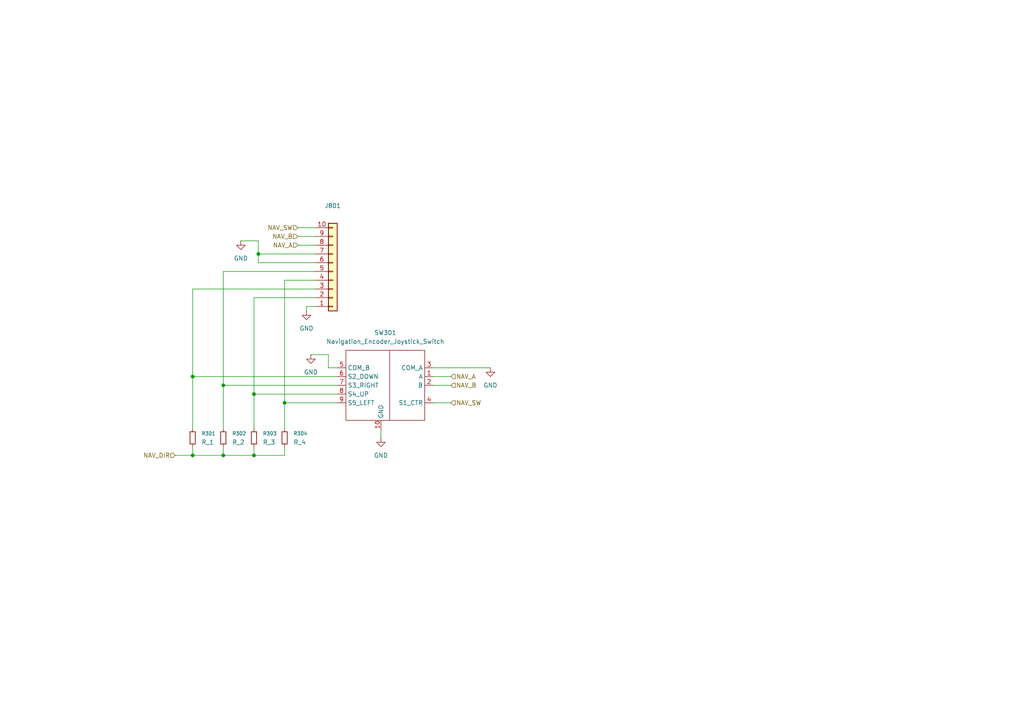
<source format=kicad_sch>
(kicad_sch (version 20250114) (generator "eeschema") (generator_version "9.0")
  (paper "A4")
  (lib_symbols
    (symbol "BVH_Switches_Inputs:Navigation_Encoder_Joystick_Switch"
      (property "Reference" "SW" (at 5.08 -7.62 0))
      (property "Value" "Navigation_Encoder_Joystick_Switch" (at 0 15.24 0))
      (symbol "Navigation_Encoder_Joystick_Switch_0_1"
        (polyline (pts (xy -12.7 10.16) (xy -12.7 -10.16) (xy 10.16 -10.16) (xy 10.16 10.16) (xy -12.7 10.16)))
        (polyline (pts (xy 0 -10.16) (xy 0 10.16)))
      )
      (symbol "Navigation_Encoder_Joystick_Switch_1_1"
        (pin input line (at -15.24 5.08 0) (length 2.54) (name "COM_B") (number "5"))
        (pin input line (at -15.24 2.54 0) (length 2.54) (name "S2_DOWN") (number "6"))
        (pin input line (at -15.24 0 0) (length 2.54) (name "S3_RIGHT") (number "7"))
        (pin input line (at -15.24 -2.54 0) (length 2.54) (name "S4_UP") (number "8"))
        (pin input line (at -15.24 -5.08 0) (length 2.54) (name "S5_LEFT") (number "9"))
        (pin input line (at -2.54 -12.7 90) (length 2.54) (name "GND") (number "10"))
        (pin input line (at 12.7 5.08 180) (length 2.54) (name "COM_A") (number "3"))
        (pin input line (at 12.7 2.54 180) (length 2.54) (name "A") (number "1"))
        (pin input line (at 12.7 0 180) (length 2.54) (name "B") (number "2"))
        (pin input line (at 12.7 -5.08 180) (length 2.54) (name "S1_CTR") (number "4"))
      )
    )
    (symbol "Connector_Generic:Conn_01x10" (pin_names (offset 1.016) (hide yes))
      (property "Reference" "J" (at 0 12.7 0))
      (property "Value" "Conn_01x10" (at 0 -15.24 0))
      (symbol "Conn_01x10_1_1"
        (rectangle (start -1.27 11.43) (end 1.27 -13.97) (stroke (width 0.254)) (fill (type background)))
        (rectangle (start -1.27 10.287) (end 0 10.033) (stroke (width 0.1524)))
        (rectangle (start -1.27 7.747) (end 0 7.493) (stroke (width 0.1524)))
        (rectangle (start -1.27 5.207) (end 0 4.953) (stroke (width 0.1524)))
        (rectangle (start -1.27 2.667) (end 0 2.413) (stroke (width 0.1524)))
        (rectangle (start -1.27 0.127) (end 0 -0.127) (stroke (width 0.1524)))
        (rectangle (start -1.27 -2.413) (end 0 -2.667) (stroke (width 0.1524)))
        (rectangle (start -1.27 -4.953) (end 0 -5.207) (stroke (width 0.1524)))
        (rectangle (start -1.27 -7.493) (end 0 -7.747) (stroke (width 0.1524)))
        (rectangle (start -1.27 -10.033) (end 0 -10.287) (stroke (width 0.1524)))
        (rectangle (start -1.27 -12.573) (end 0 -12.827) (stroke (width 0.1524)))
        (pin passive line (at -5.08 10.16 0) (length 3.81) (name "Pin_1") (number "1"))
        (pin passive line (at -5.08 7.62 0) (length 3.81) (name "Pin_2") (number "2"))
        (pin passive line (at -5.08 5.08 0) (length 3.81) (name "Pin_3") (number "3"))
        (pin passive line (at -5.08 2.54 0) (length 3.81) (name "Pin_4") (number "4"))
        (pin passive line (at -5.08 0 0) (length 3.81) (name "Pin_5") (number "5"))
        (pin passive line (at -5.08 -2.54 0) (length 3.81) (name "Pin_6") (number "6"))
        (pin passive line (at -5.08 -5.08 0) (length 3.81) (name "Pin_7") (number "7"))
        (pin passive line (at -5.08 -7.62 0) (length 3.81) (name "Pin_8") (number "8"))
        (pin passive line (at -5.08 -10.16 0) (length 3.81) (name "Pin_9") (number "9"))
        (pin passive line (at -5.08 -12.7 0) (length 3.81) (name "Pin_10") (number "10"))
      )
    )
    (symbol "Device:R_Small" (pin_numbers (hide yes)) (pin_names (offset 0.254) (hide yes))
      (property "Reference" "R" (at 0 0 90))
      (property "Value" "R_Small" (at 1.778 0 90))
      (symbol "R_Small_0_1"
        (rectangle (start -0.762 1.778) (end 0.762 -1.778) (stroke (width 0.2032)))
      )
      (symbol "R_Small_1_1"
        (pin passive line (at 0 2.54 270) (length 0.762) (name "~") (number "1"))
        (pin passive line (at 0 -2.54 90) (length 0.762) (name "~") (number "2"))
      )
    )
    (symbol "power:GND" (power) (pin_numbers (hide yes)) (pin_names (offset 0) (hide yes))
      (property "Value" "GND" (at 0 -3.81 0))
      (symbol "GND_0_1"
        (polyline (pts (xy 0 0) (xy 0 -1.27) (xy 1.27 -1.27) (xy 0 -2.54) (xy -1.27 -1.27) (xy 0 -1.27)))
      )
      (symbol "GND_1_1"
        (pin power_in line (at 0 0 270) (length 0) (name "~") (number "1"))
      )
    )
  )
  (junction (at 82.55 116.84))
  (junction (at 55.88 132.08))
  (junction (at 73.66 114.3))
  (junction (at 55.88 109.22))
  (junction (at 73.66 132.08))
  (junction (at 64.77 111.76))
  (junction (at 74.93 73.66))
  (junction (at 64.77 132.08))
  (wire (pts (xy 55.88 132.08) (xy 64.77 132.08)))
  (wire (pts (xy 64.77 132.08) (xy 73.66 132.08)))
  (wire (pts (xy 73.66 129.54) (xy 73.66 132.08)))
  (wire (pts (xy 74.93 76.2) (xy 91.44 76.2)))
  (wire (pts (xy 90.17 102.87) (xy 95.25 102.87)))
  (wire (pts (xy 91.44 66.04) (xy 86.36 66.04)))
  (wire (pts (xy 125.73 106.68) (xy 142.24 106.68)))
  (wire (pts (xy 97.79 111.76) (xy 64.77 111.76)))
  (wire (pts (xy 82.55 129.54) (xy 82.55 132.08)))
  (wire (pts (xy 82.55 81.28) (xy 91.44 81.28)))
  (wire (pts (xy 91.44 83.82) (xy 55.88 83.82)))
  (wire (pts (xy 82.55 116.84) (xy 97.79 116.84)))
  (wire (pts (xy 95.25 106.68) (xy 97.79 106.68)))
  (wire (pts (xy 88.9 88.9) (xy 91.44 88.9)))
  (wire (pts (xy 82.55 124.46) (xy 82.55 116.84)))
  (wire (pts (xy 55.88 83.82) (xy 55.88 109.22)))
  (wire (pts (xy 73.66 114.3) (xy 73.66 86.36)))
  (wire (pts (xy 88.9 90.17) (xy 88.9 88.9)))
  (wire (pts (xy 125.73 111.76) (xy 130.81 111.76)))
  (wire (pts (xy 91.44 71.12) (xy 86.36 71.12)))
  (wire (pts (xy 97.79 109.22) (xy 55.88 109.22)))
  (wire (pts (xy 110.49 124.46) (xy 110.49 127)))
  (wire (pts (xy 125.73 116.84) (xy 130.81 116.84)))
  (wire (pts (xy 74.93 76.2) (xy 74.93 73.66)))
  (wire (pts (xy 73.66 132.08) (xy 82.55 132.08)))
  (wire (pts (xy 95.25 102.87) (xy 95.25 106.68)))
  (wire (pts (xy 91.44 78.74) (xy 64.77 78.74)))
  (wire (pts (xy 50.8 132.08) (xy 55.88 132.08)))
  (wire (pts (xy 55.88 129.54) (xy 55.88 132.08)))
  (wire (pts (xy 73.66 114.3) (xy 73.66 124.46)))
  (wire (pts (xy 74.93 69.85) (xy 69.85 69.85)))
  (wire (pts (xy 125.73 109.22) (xy 130.81 109.22)))
  (wire (pts (xy 55.88 109.22) (xy 55.88 124.46)))
  (wire (pts (xy 82.55 81.28) (xy 82.55 116.84)))
  (wire (pts (xy 74.93 69.85) (xy 74.93 73.66)))
  (wire (pts (xy 91.44 68.58) (xy 86.36 68.58)))
  (wire (pts (xy 64.77 111.76) (xy 64.77 124.46)))
  (wire (pts (xy 74.93 73.66) (xy 91.44 73.66)))
  (wire (pts (xy 64.77 78.74) (xy 64.77 111.76)))
  (wire (pts (xy 73.66 86.36) (xy 91.44 86.36)))
  (wire (pts (xy 97.79 114.3) (xy 73.66 114.3)))
  (wire (pts (xy 64.77 129.54) (xy 64.77 132.08)))
  (hierarchical_label "NAV_SW" (shape input) (at 86.36 66.04 180))
  (hierarchical_label "NAV_B" (shape input) (at 130.81 111.76 0))
  (hierarchical_label "NAV_DIR" (shape input) (at 50.8 132.08 180))
  (hierarchical_label "NAV_A" (shape input) (at 86.36 71.12 180))
  (hierarchical_label "NAV_B" (shape input) (at 86.36 68.58 180))
  (hierarchical_label "NAV_A" (shape input) (at 130.81 109.22 0))
  (hierarchical_label "NAV_SW" (shape input) (at 130.81 116.84 0))
  (symbol (lib_id "Device:R_Small") (at 64.77 127 0) (unit 1)
    (property "Reference" "R802" (at 67.31 125.7299 0) (effects (font (size 1.016 1.016)) (justify left)))
    (property "Value" "R_2" (at 67.31 128.2699 0) (effects (justify left)))
    (property "Footprint" "Resistor_SMD:R_0603_1608Metric" (effects (hide yes)))
    (property "Description" "Resistor, small symbol" (effects (hide yes)))
    (instances (project "hmi_board" (path "" (reference "R302") (unit 1))) (project "hmi_board" (path "" (reference "R802") (unit 1))))
  )
  (symbol (lib_id "Connector_Generic:Conn_01x10") (at 96.52 78.74 0) (mirror x) (unit 1)
    (property "Reference" "J801" (at 96.52 59.69 0))
    (property "Value" "NAV CONN" (effects (hide yes)))
    (property "Footprint" "BVH_PinHeader_FrictionRetention:PinHeader_1x10_P2.54mm_Vertical" (effects (hide yes)))
    (property "Description" "Generic connector, single row, 01x10, script generated (kicad-library-utils/schlib/autogen/connector/)" (effects (hide yes)))
  )
  (symbol (lib_id "power:GND") (at 88.9 90.17 0) (mirror y) (unit 1)
    (property "Reference" "#PWR0802" (effects (hide yes)))
    (property "Value" "GND" (at 88.9 95.25 0))
    (property "Description" "Power symbol creates a global label with name \"GND\" , ground" (effects (hide yes)))
  )
  (symbol (lib_id "Device:R_Small") (at 82.55 127 0) (unit 1)
    (property "Reference" "R804" (at 85.09 125.7299 0) (effects (font (size 1.016 1.016)) (justify left)))
    (property "Value" "R_4" (at 85.09 128.2699 0) (effects (justify left)))
    (property "Footprint" "Resistor_SMD:R_0603_1608Metric" (effects (hide yes)))
    (property "Description" "Resistor, small symbol" (effects (hide yes)))
    (instances (project "hmi_board" (path "" (reference "R304") (unit 1))) (project "hmi_board" (path "" (reference "R804") (unit 1))))
  )
  (symbol (lib_id "power:GND") (at 69.85 69.85 0) (unit 1)
    (property "Reference" "#PWR0801" (effects (hide yes)))
    (property "Value" "GND" (at 69.85 74.93 0))
    (property "Description" "Power symbol creates a global label with name \"GND\" , ground" (effects (hide yes)))
  )
  (symbol (lib_id "power:GND") (at 142.24 106.68 0) (unit 1)
    (property "Reference" "#PWR0804" (effects (hide yes)))
    (property "Value" "GND" (at 142.24 111.76 0))
    (property "Description" "Power symbol creates a global label with name \"GND\" , ground" (effects (hide yes)))
    (instances (project "hmi_board" (path "" (reference "#PWR0302") (unit 1))) (project "hmi_board" (path "" (reference "#PWR0804") (unit 1))))
  )
  (symbol (lib_id "Device:R_Small") (at 55.88 127 0) (unit 1)
    (property "Reference" "R801" (at 58.42 125.7299 0) (effects (font (size 1.016 1.016)) (justify left)))
    (property "Value" "R_1" (at 58.42 128.2699 0) (effects (justify left)))
    (property "Footprint" "Resistor_SMD:R_0603_1608Metric" (effects (hide yes)))
    (property "Description" "Resistor, small symbol" (effects (hide yes)))
    (instances (project "" (path "" (reference "R301") (unit 1))) (project "" (path "" (reference "R801") (unit 1))))
  )
  (symbol (lib_id "BVH_Switches_Inputs:Navigation_Encoder_Joystick_Switch") (at 113.03 111.76 0) (unit 1)
    (property "Reference" "SW801" (at 111.76 96.52 0))
    (property "Value" "Navigation_Encoder_Joystick_Switch" (at 111.76 99.06 0))
    (property "Footprint" "BVH_Switches:RKJXT1F42001_Navigation_Switch" (effects (hide yes)))
    (property "Datasheet" "https://cdn-shop.adafruit.com/product-files/5001/ANO+Encoder.jpg" (effects (hide yes)))
    (instances (project "" (path "" (reference "SW301") (unit 1))) (project "" (path "" (reference "SW801") (unit 1))))
  )
  (symbol (lib_id "power:GND") (at 110.49 127 0) (unit 1)
    (property "Reference" "#PWR0805" (effects (hide yes)))
    (property "Value" "GND" (at 110.49 132.08 0))
    (property "Description" "Power symbol creates a global label with name \"GND\" , ground" (effects (hide yes)))
    (instances (project "" (path "" (reference "#PWR0303") (unit 1))) (project "" (path "" (reference "#PWR0805") (unit 1))))
  )
  (symbol (lib_id "Device:R_Small") (at 73.66 127 0) (unit 1)
    (property "Reference" "R803" (at 76.2 125.7299 0) (effects (font (size 1.016 1.016)) (justify left)))
    (property "Value" "R_3" (at 76.2 128.2699 0) (effects (justify left)))
    (property "Footprint" "Resistor_SMD:R_0603_1608Metric" (effects (hide yes)))
    (property "Description" "Resistor, small symbol" (effects (hide yes)))
    (instances (project "hmi_board" (path "" (reference "R303") (unit 1))) (project "hmi_board" (path "" (reference "R803") (unit 1))))
  )
  (symbol (lib_id "power:GND") (at 90.17 102.87 0) (unit 1)
    (property "Reference" "#PWR0803" (effects (hide yes)))
    (property "Value" "GND" (at 90.17 107.95 0))
    (property "Description" "Power symbol creates a global label with name \"GND\" , ground" (effects (hide yes)))
    (instances (project "hmi_board" (path "" (reference "#PWR0301") (unit 1))) (project "hmi_board" (path "" (reference "#PWR0803") (unit 1))))
  )
)
</source>
